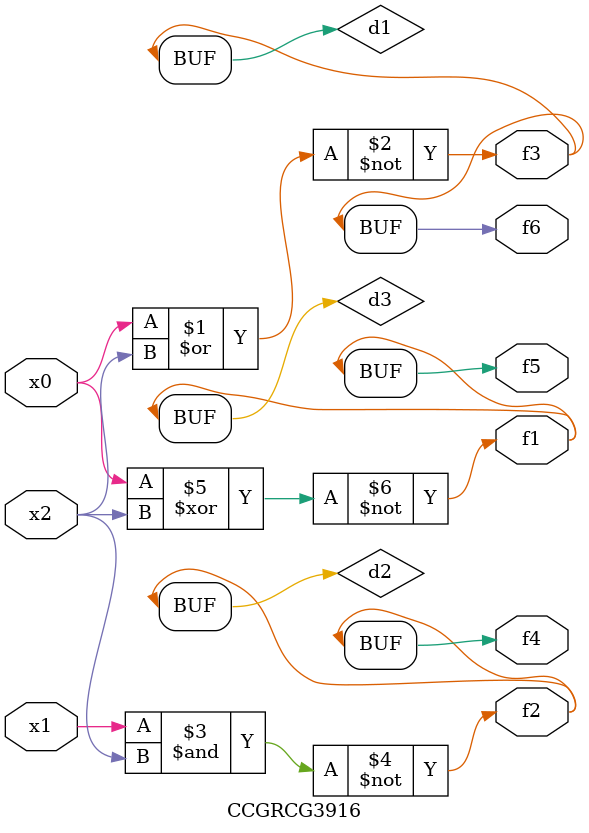
<source format=v>
module CCGRCG3916(
	input x0, x1, x2,
	output f1, f2, f3, f4, f5, f6
);

	wire d1, d2, d3;

	nor (d1, x0, x2);
	nand (d2, x1, x2);
	xnor (d3, x0, x2);
	assign f1 = d3;
	assign f2 = d2;
	assign f3 = d1;
	assign f4 = d2;
	assign f5 = d3;
	assign f6 = d1;
endmodule

</source>
